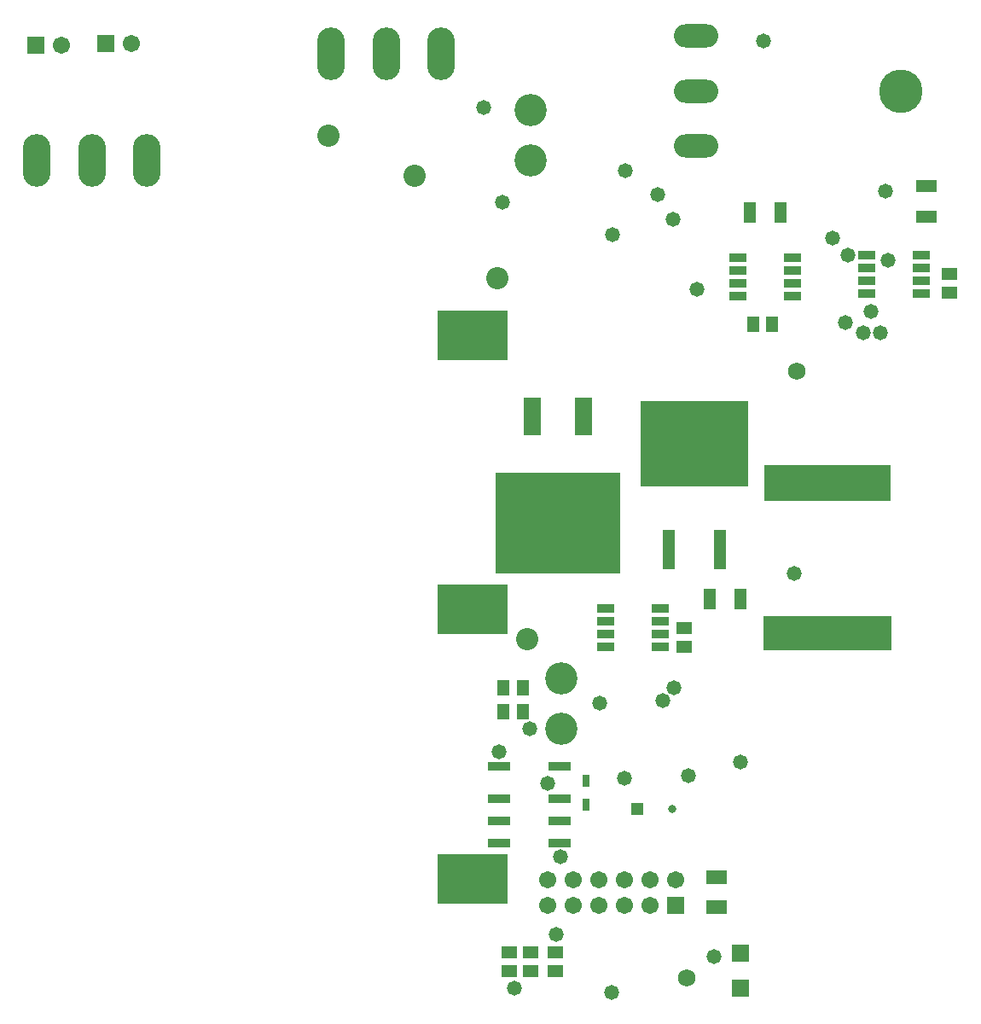
<source format=gts>
%FSTAX23Y23*%
%MOIN*%
%SFA1B1*%

%IPPOS*%
%ADD98R,0.275000X0.195000*%
%ADD99R,0.495000X0.140000*%
%ADD100R,0.500000X0.135000*%
%ADD101R,0.063000X0.048000*%
%ADD102R,0.048000X0.063000*%
%ADD103R,0.078870X0.051310*%
%ADD104R,0.068040X0.035560*%
%ADD105R,0.051310X0.078870*%
%ADD106R,0.070990X0.145790*%
%ADD107R,0.488320X0.391860*%
%ADD108R,0.049340X0.155640*%
%ADD109R,0.421390X0.334770*%
%ADD110R,0.070990X0.067060*%
%ADD111R,0.079000X0.052000*%
%ADD112R,0.086740X0.035560*%
%ADD113R,0.027690X0.047370*%
%ADD114C,0.068000*%
%ADD115O,0.107000X0.206000*%
%ADD116R,0.067060X0.067060*%
%ADD117C,0.067060*%
%ADD118C,0.170000*%
%ADD119O,0.173000X0.090500*%
%ADD120C,0.126110*%
%ADD121R,0.051620X0.051620*%
%ADD122C,0.031620*%
%ADD123C,0.058000*%
%ADD124C,0.086740*%
%LNchicker-1*%
%LPD*%
G54D98*
X13517Y03792D03*
Y02722D03*
Y01667D03*
G54D99*
X14902Y03215D03*
G54D100*
X14905Y02627D03*
G54D101*
X14345Y02573D03*
Y02647D03*
X1538Y03958D03*
Y04032D03*
X13745Y01382D03*
Y01308D03*
X1366Y01382D03*
Y01308D03*
X1384D03*
Y01382D03*
G54D102*
X13712Y02415D03*
X13638D03*
Y0232D03*
X13712D03*
X14613Y03835D03*
X14687D03*
G54D103*
X1529Y04374D03*
Y04255D03*
G54D104*
X15271Y04105D03*
Y04055D03*
Y04005D03*
Y03955D03*
X15058D03*
Y04005D03*
Y04055D03*
Y04105D03*
X14766Y04095D03*
Y04045D03*
Y03995D03*
Y03945D03*
X14553D03*
Y03995D03*
Y04045D03*
Y04095D03*
X14251Y02725D03*
Y02675D03*
Y02625D03*
Y02575D03*
X14038D03*
Y02625D03*
Y02675D03*
Y02725D03*
G54D105*
X146Y0427D03*
X14719D03*
X14563Y0276D03*
X14445D03*
G54D106*
X1395Y03474D03*
X1375D03*
G54D107*
X1385Y03057D03*
G54D108*
X14485Y02953D03*
X14285D03*
G54D109*
X14385Y03366D03*
G54D110*
X14565Y01241D03*
Y01378D03*
G54D111*
X1447Y01556D03*
Y01674D03*
G54D112*
X13858Y02108D03*
X13621D03*
X13858Y01982D03*
X13621D03*
X13858Y01809D03*
Y01895D03*
X13621Y01809D03*
Y01895D03*
G54D113*
X1396Y02052D03*
Y01957D03*
G54D114*
X14785Y0365D03*
X14355Y0128D03*
G54D115*
X12965Y0489D03*
X13394D03*
X1318D03*
X12244Y04475D03*
X11815D03*
X12029D03*
G54D116*
X1181Y04925D03*
X12085Y0493D03*
X1431Y01565D03*
G54D117*
X1191Y04925D03*
X12185Y0493D03*
X1381Y01665D03*
X1391D03*
X1401D03*
X1411D03*
X1421D03*
X1431D03*
X1381Y01565D03*
X1391D03*
X1401D03*
X1411D03*
X1421D03*
G54D118*
X1519Y04745D03*
G54D119*
X1439Y0496D03*
Y04745D03*
Y0453D03*
G54D120*
X13865Y0245D03*
Y02253D03*
X13745Y04671D03*
Y04475D03*
G54D121*
X14161Y0194D03*
G54D122*
X14298Y0194D03*
G54D123*
X14395Y0397D03*
X1424Y0434D03*
X14115Y04435D03*
X14655Y0494D03*
X15075Y03885D03*
X14975Y0384D03*
X1513Y04355D03*
X1514Y04085D03*
X1411Y0206D03*
X1362Y02165D03*
X1368Y0124D03*
X1406Y01225D03*
X143Y04245D03*
X14065Y04185D03*
X1356Y0468D03*
X13635Y0431D03*
X14985Y04105D03*
X14925Y0417D03*
X14775Y0286D03*
X15045Y038D03*
X1426Y02365D03*
X1511Y038D03*
X14305Y02415D03*
X1436Y0207D03*
X14015Y02355D03*
X1446Y01365D03*
X1374Y02255D03*
X1381Y0204D03*
X1386Y01755D03*
X13845Y0145D03*
X14565Y02125D03*
G54D124*
X13615Y04015D03*
X1373Y02605D03*
X12955Y0457D03*
X1329Y04415D03*
M02*
</source>
